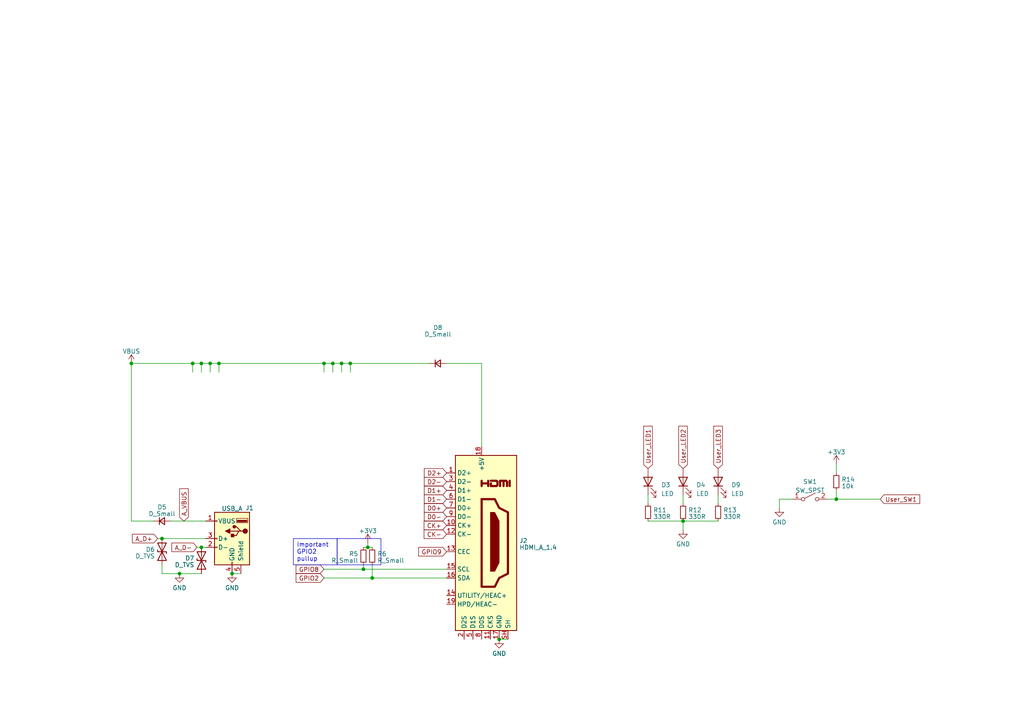
<source format=kicad_sch>
(kicad_sch (version 20230121) (generator eeschema)
  (paper "A4")
  (lib_symbols
    (symbol "2023-11-07_05-46-56:TPS61299"
      (property "Reference" "U" (at 0 8.89 0))
      (symbol "TPS61299_1_1"
        (pin input line (at -7.62 0 0) (length 2.54) (name "VIN") (number "A1"))
        (pin input line (at 8.89 -3.81 180) (length 2.54) (name "GND") (number "A2"))
        (pin input line (at -7.62 3.81 0) (length 2.54) (name "SW") (number "B1"))
        (pin input line (at 8.89 3.81 180) (length 2.54) (name "VOUT") (number "B2"))
        (pin input line (at -7.62 -3.81 0) (length 2.54) (name "EN") (number "C1"))
        (pin input line (at 8.89 0 180) (length 2.54) (name "VSEL") (number "C2"))
      )
    )
    (symbol "Amplifier_Operational:TSV911xxLx" (pin_names (offset 0.127))
      (property "Reference" "U" (at -1.27 6.35 0))
      (property "Value" "TSV911xxLx" (at -1.27 3.81 0))
      (symbol "TSV911xxLx_0_1"
        (pin power_in line (at -2.54 -7.62 90) (length 3.81) (name "V-") (number "2"))
        (pin power_in line (at -2.54 7.62 270) (length 3.81) (name "V+") (number "5"))
      )
      (symbol "TSV911xxLx_1_1"
        (pin output line (at 7.62 0 180) (length 2.54) (name "~") (number "1"))
        (pin input line (at -7.62 2.54 0) (length 2.54) (name "+") (number "3"))
        (pin input line (at -7.62 -2.54 0) (length 2.54) (name "-") (number "4"))
      )
    )
    (symbol "Connector:HDMI_A_1.4"
      (property "Reference" "J" (at -6.35 26.67 0))
      (property "Value" "HDMI_A_1.4" (at 10.16 26.67 0))
      (symbol "HDMI_A_1.4_1_1"
        (pin passive line (at -10.16 20.32 0) (length 2.54) (name "D2+") (number "1"))
        (pin passive line (at -10.16 5.08 0) (length 2.54) (name "CK+") (number "10"))
        (pin power_in line (at 2.54 -27.94 90) (length 2.54) (name "CKS") (number "11"))
        (pin passive line (at -10.16 2.54 0) (length 2.54) (name "CK-") (number "12"))
        (pin bidirectional line (at -10.16 -2.54 0) (length 2.54) (name "CEC") (number "13"))
        (pin passive line (at -10.16 -15.24 0) (length 2.54) (name "UTILITY/HEAC+") (number "14"))
        (pin passive line (at -10.16 -7.62 0) (length 2.54) (name "SCL") (number "15"))
        (pin bidirectional line (at -10.16 -10.16 0) (length 2.54) (name "SDA") (number "16"))
        (pin power_in line (at 5.08 -27.94 90) (length 2.54) (name "GND") (number "17"))
        (pin power_in line (at 0 27.94 270) (length 2.54) (name "+5V") (number "18"))
        (pin passive line (at -10.16 -17.78 0) (length 2.54) (name "HPD/HEAC-") (number "19"))
        (pin power_in line (at -5.08 -27.94 90) (length 2.54) (name "D2S") (number "2"))
        (pin passive line (at -10.16 17.78 0) (length 2.54) (name "D2-") (number "3"))
        (pin passive line (at -10.16 15.24 0) (length 2.54) (name "D1+") (number "4"))
        (pin power_in line (at -2.54 -27.94 90) (length 2.54) (name "D1S") (number "5"))
        (pin passive line (at -10.16 12.7 0) (length 2.54) (name "D1-") (number "6"))
        (pin passive line (at -10.16 10.16 0) (length 2.54) (name "D0+") (number "7"))
        (pin power_in line (at 0 -27.94 90) (length 2.54) (name "D0S") (number "8"))
        (pin passive line (at -10.16 7.62 0) (length 2.54) (name "D0-") (number "9"))
        (pin passive line (at 7.62 -27.94 90) (length 2.54) (name "SH") (number "SH"))
      )
    )
    (symbol "Connector:USB_A" (pin_names (offset 1.016))
      (property "Reference" "J" (at -5.08 11.43 0))
      (property "Value" "USB_A" (at -5.08 8.89 0))
      (symbol "USB_A_1_1"
        (pin power_in line (at 7.62 5.08 180) (length 2.54) (name "VBUS") (number "1"))
        (pin bidirectional line (at 7.62 -2.54 180) (length 2.54) (name "D-") (number "2"))
        (pin bidirectional line (at 7.62 0 180) (length 2.54) (name "D+") (number "3"))
        (pin power_in line (at 0 -10.16 90) (length 2.54) (name "GND") (number "4"))
        (pin passive line (at -2.54 -10.16 90) (length 2.54) (name "Shield") (number "5"))
      )
    )
    (symbol "Connector_Generic_MountingPin:Conn_01x05_MountingPin" (pin_names (offset 1.016) hide)
      (property "Reference" "J" (at 0 7.62 0))
      (property "Value" "Conn_01x05_MountingPin" (at 1.27 -7.62 0))
      (symbol "Conn_01x05_MountingPin_1_1"
        (text "Mounting" (at 0 -6.731 0) (effects (font (size 0.381 0.381))))
        (pin passive line (at -5.08 5.08 0) (length 3.81) (name "Pin_1") (number "1"))
        (pin passive line (at -5.08 2.54 0) (length 3.81) (name "Pin_2") (number "2"))
        (pin passive line (at -5.08 0 0) (length 3.81) (name "Pin_3") (number "3"))
        (pin passive line (at -5.08 -2.54 0) (length 3.81) (name "Pin_4") (number "4"))
        (pin passive line (at -5.08 -5.08 0) (length 3.81) (name "Pin_5") (number "5"))
        (pin passive line (at 0 -10.16 90) (length 3.048) (name "MountPin") (number "MP"))
      )
    )
    (symbol "Device:Antenna_Chip" (pin_numbers hide) (pin_names (offset 1.016) hide)
      (property "Reference" "AE" (at 0 5.08 0))
      (property "Value" "Antenna_Chip" (at 0 3.175 0))
      (symbol "Antenna_Chip_1_1"
        (pin input line (at -2.54 -2.54 90) (length 2.54) (name "FEED") (number "1"))
        (pin passive line (at 2.54 -2.54 90) (length 2.54) (name "PCB_Trace") (number "2"))
      )
    )
    (symbol "Device:C_Polarized" (pin_numbers hide) (pin_names (offset 0.254))
      (property "Reference" "C" (at 0.635 2.54 0))
      (property "Value" "C_Polarized" (at 0.635 -2.54 0))
      (symbol "C_Polarized_1_1"
        (pin passive line (at 0 3.81 270) (length 2.794) (name "~") (number "1"))
        (pin passive line (at 0 -3.81 90) (length 2.794) (name "~") (number "2"))
      )
    )
    (symbol "Device:C_Small" (pin_numbers hide) (pin_names (offset 0.254) hide)
      (property "Reference" "C" (at 0.254 1.778 0))
      (property "Value" "C_Small" (at 0.254 -2.032 0))
      (symbol "C_Small_1_1"
        (pin passive line (at 0 2.54 270) (length 2.032) (name "~") (number "1"))
        (pin passive line (at 0 -2.54 90) (length 2.032) (name "~") (number "2"))
      )
    )
    (symbol "Device:Crystal_GND24" (pin_names (offset 1.016) hide)
      (property "Reference" "Y" (at 3.175 5.08 0))
      (property "Value" "Crystal_GND24" (at 3.175 3.175 0))
      (symbol "Crystal_GND24_1_1"
        (pin passive line (at -3.81 0 0) (length 1.27) (name "1") (number "1"))
        (pin passive line (at 0 5.08 270) (length 1.27) (name "2") (number "2"))
        (pin passive line (at 3.81 0 180) (length 1.27) (name "3") (number "3"))
        (pin passive line (at 0 -5.08 90) (length 1.27) (name "4") (number "4"))
      )
    )
    (symbol "Device:D_Small" (pin_numbers hide) (pin_names (offset 0.254) hide)
      (property "Reference" "D" (at -1.27 2.032 0))
      (property "Value" "D_Small" (at -3.81 -2.032 0))
      (symbol "D_Small_1_1"
        (pin passive line (at -2.54 0 0) (length 1.778) (name "K") (number "1"))
        (pin passive line (at 2.54 0 180) (length 1.778) (name "A") (number "2"))
      )
    )
    (symbol "Device:D_TVS" (pin_numbers hide) (pin_names (offset 1.016) hide)
      (property "Reference" "D" (at 0 2.54 0))
      (property "Value" "D_TVS" (at 0 -2.54 0))
      (symbol "D_TVS_1_1"
        (pin passive line (at -3.81 0 0) (length 2.54) (name "A1") (number "1"))
        (pin passive line (at 3.81 0 180) (length 2.54) (name "A2") (number "2"))
      )
    )
    (symbol "Device:Fuse" (pin_numbers hide) (pin_names (offset 0))
      (property "Reference" "F" (at 2.032 0 90))
      (property "Value" "Fuse" (at -1.905 0 90))
      (symbol "Fuse_1_1"
        (pin passive line (at 0 3.81 270) (length 1.27) (name "~") (number "1"))
        (pin passive line (at 0 -3.81 90) (length 1.27) (name "~") (number "2"))
      )
    )
    (symbol "Device:LED" (pin_numbers hide) (pin_names (offset 1.016) hide)
      (property "Reference" "D" (at 0 2.54 0))
      (property "Value" "LED" (at 0 -2.54 0))
      (symbol "LED_1_1"
        (pin passive line (at -3.81 0 0) (length 2.54) (name "K") (number "1"))
        (pin passive line (at 3.81 0 180) (length 2.54) (name "A") (number "2"))
      )
    )
    (symbol "Device:L_Small" (pin_numbers hide) (pin_names (offset 0.254) hide)
      (property "Reference" "L" (at 0.762 1.016 0))
      (property "Value" "L_Small" (at 0.762 -1.016 0))
      (symbol "L_Small_1_1"
        (pin passive line (at 0 2.54 270) (length 0.508) (name "~") (number "1"))
        (pin passive line (at 0 -2.54 90) (length 0.508) (name "~") (number "2"))
      )
    )
    (symbol "Device:Q_PMOS_GSD" (pin_names (offset 0) hide)
      (property "Reference" "Q" (at 5.08 1.27 0))
      (property "Value" "Q_PMOS_GSD" (at 5.08 -1.27 0))
      (symbol "Q_PMOS_GSD_1_1"
        (pin input line (at -5.08 0 0) (length 2.54) (name "G") (number "1"))
        (pin passive line (at 2.54 -5.08 90) (length 2.54) (name "S") (number "2"))
        (pin passive line (at 2.54 5.08 270) (length 2.54) (name "D") (number "3"))
      )
    )
    (symbol "Device:R_Small" (pin_numbers hide) (pin_names (offset 0.254) hide)
      (property "Reference" "R" (at 0.762 0.508 0))
      (property "Value" "R_Small" (at 0.762 -1.016 0))
      (symbol "R_Small_1_1"
        (pin passive line (at 0 2.54 270) (length 0.762) (name "~") (number "1"))
        (pin passive line (at 0 -2.54 90) (length 0.762) (name "~") (number "2"))
      )
    )
    (symbol "ESP32-C3FH4:ESP32-C3FH4" (pin_names (offset 1.016))
      (property "Reference" "U" (at -17.78 33.782 0))
      (property "Value" "ESP32-C3FH4" (at -17.78 -38.862 0))
      (symbol "ESP32-C3FH4_0_0"
        (pin bidirectional line (at 22.86 -10.16 180) (length 5.08) (name "LNA_IN") (number "1"))
        (pin bidirectional line (at 22.86 7.62 180) (length 5.08) (name "MTDI") (number "10"))
        (pin power_in line (at 22.86 25.4 180) (length 5.08) (name "VDD3P3_RTC") (number "11"))
        (pin bidirectional line (at 22.86 5.08 180) (length 5.08) (name "MTCK") (number "12"))
        (pin bidirectional line (at 22.86 2.54 180) (length 5.08) (name "MTDO") (number "13"))
        (pin bidirectional line (at 22.86 -20.32 180) (length 5.08) (name "GPIO8") (number "14"))
        (pin bidirectional line (at 22.86 -22.86 180) (length 5.08) (name "GPIO9") (number "15"))
        (pin bidirectional line (at 22.86 -25.4 180) (length 5.08) (name "GPIO10") (number "16"))
        (pin power_in line (at 22.86 22.86 180) (length 5.08) (name "VDD3P3_CPU") (number "17"))
        (pin power_in line (at 22.86 20.32 180) (length 5.08) (name "VDD_SPI") (number "18"))
        (pin bidirectional line (at -22.86 -5.08 0) (length 5.08) (name "SPIHD") (number "19"))
        (pin power_in line (at 22.86 30.48 180) (length 5.08) (name "VDD3P3") (number "2"))
        (pin bidirectional line (at -22.86 -7.62 0) (length 5.08) (name "SPIWP") (number "20"))
        (pin bidirectional line (at -22.86 -10.16 0) (length 5.08) (name "SPICS0") (number "21"))
        (pin bidirectional line (at -22.86 -12.7 0) (length 5.08) (name "SPICLK") (number "22"))
        (pin bidirectional line (at -22.86 -15.24 0) (length 5.08) (name "SPID") (number "23"))
        (pin bidirectional line (at -22.86 -17.78 0) (length 5.08) (name "SPIQ") (number "24"))
        (pin bidirectional line (at 22.86 -27.94 180) (length 5.08) (name "GPIO18") (number "25"))
        (pin bidirectional line (at 22.86 -30.48 180) (length 5.08) (name "GPIO19") (number "26"))
        (pin bidirectional line (at 22.86 -2.54 180) (length 5.08) (name "U0RXD") (number "27"))
        (pin bidirectional line (at 22.86 -5.08 180) (length 5.08) (name "U0TXD") (number "28"))
        (pin output line (at -22.86 7.62 0) (length 5.08) (name "XTAL_N") (number "29"))
        (pin power_in line (at 22.86 27.94 180) (length 5.08) (name "VDD3P3__1") (number "3"))
        (pin input clock (at -22.86 10.16 0) (length 5.08) (name "XTAL_P") (number "30"))
        (pin power_in line (at 22.86 17.78 180) (length 5.08) (name "VDDA") (number "31"))
        (pin power_in line (at 22.86 15.24 180) (length 5.08) (name "VDDA__1") (number "32"))
        (pin power_in line (at 22.86 -35.56 180) (length 5.08) (name "GND") (number "33"))
        (pin bidirectional line (at -22.86 2.54 0) (length 5.08) (name "XTAL_32K_P") (number "4"))
        (pin bidirectional line (at -22.86 0 0) (length 5.08) (name "XTAL_32K_N") (number "5"))
        (pin bidirectional line (at 22.86 -15.24 180) (length 5.08) (name "GPIO2") (number "6"))
        (pin input line (at -22.86 15.24 0) (length 5.08) (name "CHIP_EN") (number "7"))
        (pin bidirectional line (at 22.86 -17.78 180) (length 5.08) (name "GPIO3") (number "8"))
        (pin bidirectional line (at 22.86 10.16 180) (length 5.08) (name "MTMS") (number "9"))
      )
    )
    (symbol "Regulator_Linear:TLV75801PDRV"
      (property "Reference" "U" (at -3.81 6.35 0))
      (property "Value" "TLV75801PDRV" (at 0 6.35 0))
      (symbol "TLV75801PDRV_1_1"
        (pin power_out line (at 7.62 2.54 180) (length 2.54) (name "OUT") (number "1"))
        (pin input line (at 7.62 -2.54 180) (length 2.54) (name "FB") (number "2"))
        (pin power_in line (at 0 -7.62 90) (length 2.54) (name "GND") (number "3"))
        (pin input line (at -7.62 0 0) (length 2.54) (name "EN") (number "4"))
        (pin no_connect line (at 5.08 0 180) (length 2.54) hide (name "DNC") (number "5"))
        (pin power_in line (at -7.62 2.54 0) (length 2.54) (name "IN") (number "6"))
        (pin passive line (at 0 -7.62 90) (length 2.54) hide (name "GND") (number "7"))
      )
    )
    (symbol "Sensor_Motion:LIS2DE12"
      (property "Reference" "U" (at -5.08 11.43 0))
      (property "Value" "LIS2DE12" (at 3.81 11.43 0))
      (symbol "LIS2DE12_1_1"
        (pin input line (at -10.16 -2.54 0) (length 2.54) (name "SCL/SPC") (number "1"))
        (pin power_in line (at 2.54 12.7 270) (length 2.54) (name "Vdd_IO") (number "10"))
        (pin output line (at 12.7 0 180) (length 2.54) (name "INT2") (number "11"))
        (pin output line (at 12.7 2.54 180) (length 2.54) (name "INT1") (number "12"))
        (pin input line (at -10.16 5.08 0) (length 2.54) (name "~{CS}") (number "2"))
        (pin bidirectional line (at -10.16 0 0) (length 2.54) (name "SA0/SDO") (number "3"))
        (pin bidirectional line (at -10.16 2.54 0) (length 2.54) (name "SDA/SDI") (number "4"))
        (pin passive line (at 12.7 -7.62 180) (length 2.54) (name "RES") (number "5"))
        (pin power_in line (at 0 -12.7 90) (length 2.54) (name "GND") (number "6"))
        (pin passive line (at 0 -12.7 90) (length 2.54) hide (name "GND") (number "7"))
        (pin passive line (at 0 -12.7 90) (length 2.54) hide (name "GND") (number "8"))
        (pin power_in line (at 0 12.7 270) (length 2.54) (name "Vdd") (number "9"))
      )
    )
    (symbol "Switch:SW_SPST" (pin_names (offset 0) hide)
      (property "Reference" "SW" (at 0 3.175 0))
      (property "Value" "SW_SPST" (at 0 -2.54 0))
      (symbol "SW_SPST_1_1"
        (pin passive line (at -5.08 0 0) (length 2.54) (name "A") (number "1"))
        (pin passive line (at 5.08 0 180) (length 2.54) (name "B") (number "2"))
      )
    )
    (symbol "Transistor_BJT:PMBT3906YS" (pin_names (offset 0) hide)
      (property "Reference" "Q" (at 5.08 1.27 0))
      (property "Value" "PMBT3906YS" (at 5.08 -1.27 0))
      (symbol "PMBT3906YS_1_1"
        (pin passive line (at 2.54 -5.08 90) (length 2.54) (name "E1") (number "1"))
        (pin input line (at -5.08 0 0) (length 2.54) (name "B1") (number "2"))
        (pin passive line (at 2.54 5.08 270) (length 2.54) (name "C1") (number "6"))
      )
      (symbol "PMBT3906YS_2_1"
        (pin passive line (at 2.54 5.08 270) (length 2.54) (name "C2") (number "3"))
        (pin passive line (at 2.54 -5.08 90) (length 2.54) (name "E2") (number "4"))
        (pin input line (at -5.08 0 0) (length 2.54) (name "B2") (number "5"))
      )
    )
    (symbol "power:+3V3" (power) (pin_names (offset 0))
      (property "Value" "+3V3" (at 0 3.556 0))
      (symbol "+3V3_1_1"
        (pin power_in line (at 0 0 90) (length 0) hide (name "+3V3") (number "1"))
      )
    )
    (symbol "power:GND" (power) (pin_names (offset 0))
      (property "Value" "GND" (at 0 -3.81 0))
      (symbol "GND_1_1"
        (pin power_in line (at 0 0 270) (length 0) hide (name "GND") (number "1"))
      )
    )
    (symbol "power:VBUS" (power) (pin_names (offset 0))
      (property "Value" "VBUS" (at 0 3.81 0))
      (symbol "VBUS_1_1"
        (pin power_in line (at 0 0 90) (length 0) hide (name "VBUS") (number "1"))
      )
    )
  )
  (junction (at 161.29 259.08))
  (junction (at 158.75 -57.15))
  (junction (at 405.13 97.79))
  (junction (at 415.29 184.15))
  (junction (at 101.6 105.41))
  (junction (at 21.59 -67.31))
  (junction (at 54.61 -69.85))
  (junction (at 93.98 105.41))
  (junction (at 323.85 105.41))
  (junction (at 21.59 -69.85))
  (junction (at 405.13 184.15))
  (junction (at 405.13 96.52))
  (junction (at 58.42 105.41))
  (junction (at 370.84 243.84))
  (junction (at 144.78 185.42))
  (junction (at 64.77 -35.56))
  (junction (at 96.52 -69.85))
  (junction (at 77.47 -69.85))
  (junction (at 46.99 156.21))
  (junction (at 405.13 87.63))
  (junction (at 52.07 166.37))
  (junction (at 86.36 -31.75))
  (junction (at 165.1 -69.85))
  (junction (at 344.17 243.84))
  (junction (at 58.42 158.75))
  (junction (at 180.34 231.14))
  (junction (at 438.15 184.15))
  (junction (at 429.26 133.35))
  (junction (at 123.19 259.08))
  (junction (at 473.71 151.13))
  (junction (at 463.55 158.75))
  (junction (at 130.81 -66.04))
  (junction (at 426.72 184.15))
  (junction (at 125.73 231.14))
  (junction (at 198.12 151.13))
  (junction (at 370.84 208.28))
  (junction (at 179.07 -69.85))
  (junction (at 339.09 105.41))
  (junction (at 344.17 208.28))
  (junction (at 107.95 167.64))
  (junction (at 105.41 165.1))
  (junction (at 344.17 212.09))
  (junction (at 30.48 -59.69))
  (junction (at 422.91 128.27))
  (junction (at 158.75 231.14))
  (junction (at 180.34 251.46))
  (junction (at 41.91 -69.85))
  (junction (at 421.64 92.71))
  (junction (at 165.1 -57.15))
  (junction (at 331.47 110.49))
  (junction (at 67.31 166.37))
  (junction (at 435.61 128.27))
  (junction (at 203.2 231.14))
  (junction (at 130.81 -69.85))
  (junction (at 54.61 -54.61))
  (junction (at 427.99 87.63))
  (junction (at 156.21 231.14))
  (junction (at 405.13 100.33))
  (junction (at 142.24 -66.04))
  (junction (at 123.19 231.14))
  (junction (at 415.29 87.63))
  (junction (at 120.65 231.14))
  (junction (at 165.1 -64.77))
  (junction (at 161.29 231.14))
  (junction (at 415.29 179.07))
  (junction (at 242.57 144.78))
  (junction (at 187.96 246.38))
  (junction (at 99.06 105.41))
  (junction (at 106.68 158.75))
  (junction (at 405.13 95.25))
  (junction (at 426.72 179.07))
  (junction (at 160.02 259.08))
  (junction (at 405.13 179.07))
  (junction (at 96.52 105.41))
  (junction (at 203.2 251.46))
  (junction (at 356.87 243.84))
  (junction (at 339.09 100.33))
  (junction (at 149.86 -57.15))
  (junction (at 60.96 105.41))
  (junction (at 38.1 105.41))
  (junction (at 63.5 105.41))
  (junction (at 64.77 -49.53))
  (junction (at 163.83 231.14))
  (junction (at 86.36 -35.56))
  (junction (at 55.88 105.41))
  (junction (at 121.92 259.08))
  (junction (at 438.15 179.07))
  (junction (at 64.77 -69.85))
  (wire (pts (xy 93.98 165.1) (xy 105.41 165.1)))
  (wire (pts (xy 158.75 -66.04) (xy 161.29 -66.04)))
  (wire (pts (xy 120.65 231.14) (xy 123.19 231.14)))
  (wire (pts (xy 198.12 146.05) (xy 198.12 143.51)))
  (wire (pts (xy 21.59 -69.85) (xy 22.86 -69.85)))
  (wire (pts (xy 46.99 166.37) (xy 46.99 163.83)))
  (wire (pts (xy 242.57 144.78) (xy 240.03 144.78)))
  (wire (pts (xy 179.07 -64.77) (xy 179.07 -57.15)))
  (wire (pts (xy 105.41 158.75) (xy 106.68 158.75)))
  (wire (pts (xy 331.47 100.33) (xy 339.09 100.33)))
  (wire (pts (xy 118.11 259.08) (xy 121.92 259.08)))
  (wire (pts (xy 429.26 133.35) (xy 435.61 133.35)))
  (wire (pts (xy 55.88 105.41) (xy 55.88 107.95)))
  (wire (pts (xy 38.1 151.13) (xy 44.45 151.13)))
  (wire (pts (xy 147.32 251.46) (xy 158.75 251.46)))
  (wire (pts (xy 405.13 87.63) (xy 405.13 90.17)))
  (wire (pts (xy 107.95 163.83) (xy 107.95 167.64)))
  (wire (pts (xy 77.47 -69.85) (xy 96.52 -69.85)))
  (wire (pts (xy 38.1 -69.85) (xy 41.91 -69.85)))
  (wire (pts (xy 187.96 246.38) (xy 195.58 246.38)))
  (wire (pts (xy 64.77 -35.56) (xy 69.85 -35.56)))
  (wire (pts (xy 147.32 246.38) (xy 147.32 251.46)))
  (wire (pts (xy 21.59 -69.85) (xy 21.59 -67.31)))
  (wire (pts (xy 64.77 -62.23) (xy 64.77 -49.53)))
  (wire (pts (xy 316.23 228.6) (xy 316.23 243.84)))
  (wire (pts (xy 316.23 243.84) (xy 344.17 243.84)))
  (wire (pts (xy 54.61 -54.61) (xy 54.61 -62.23)))
  (wire (pts (xy 69.85 -31.75) (xy 64.77 -31.75)))
  (wire (pts (xy 158.75 236.22) (xy 158.75 251.46)))
  (wire (pts (xy 64.77 -69.85) (xy 62.23 -69.85)))
  (wire (pts (xy 463.55 151.13) (xy 473.71 151.13)))
  (wire (pts (xy 156.21 236.22) (xy 156.21 241.3)))
  (wire (pts (xy 93.98 105.41) (xy 96.52 105.41)))
  (wire (pts (xy 158.75 -57.15) (xy 158.75 -62.23)))
  (wire (pts (xy 198.12 151.13) (xy 208.28 151.13)))
  (wire (pts (xy 130.81 -69.85) (xy 130.81 -66.04)))
  (wire (pts (xy 130.81 -66.04) (xy 142.24 -66.04)))
  (wire (pts (xy 41.91 -69.85) (xy 54.61 -69.85)))
  (wire (pts (xy 226.06 144.78) (xy 226.06 147.32)))
  (wire (pts (xy 435.61 128.27) (xy 448.31 128.27)))
  (wire (pts (xy 13.97 -85.09) (xy 72.39 -85.09)))
  (wire (pts (xy 242.57 144.78) (xy 255.27 144.78)))
  (wire (pts (xy 161.29 -66.04) (xy 161.29 -64.77)))
  (wire (pts (xy 156.21 248.92) (xy 156.21 259.08)))
  (wire (pts (xy 161.29 248.92) (xy 161.29 259.08)))
  (wire (pts (xy 123.19 236.22) (xy 123.19 241.3)))
  (wire (pts (xy 55.88 105.41) (xy 58.42 105.41)))
  (wire (pts (xy 344.17 212.09) (xy 346.71 212.09)))
  (wire (pts (xy 38.1 -21.59) (xy 38.1 -64.77)))
  (wire (pts (xy 57.15 158.75) (xy 58.42 158.75)))
  (wire (pts (xy 120.65 236.22) (xy 120.65 251.46)))
  (wire (pts (xy 331.47 110.49) (xy 331.47 109.22)))
  (wire (pts (xy 323.85 105.41) (xy 326.39 105.41)))
  (wire (pts (xy 38.1 105.41) (xy 38.1 151.13)))
  (wire (pts (xy 63.5 105.41) (xy 93.98 105.41)))
  (wire (pts (xy 359.41 106.68) (xy 359.41 107.95)))
  (wire (pts (xy 60.96 105.41) (xy 60.96 107.95)))
  (wire (pts (xy 158.75 231.14) (xy 161.29 231.14)))
  (wire (pts (xy 13.97 -69.85) (xy 13.97 -85.09)))
  (wire (pts (xy 99.06 105.41) (xy 101.6 105.41)))
  (wire (pts (xy 405.13 92.71) (xy 405.13 95.25)))
  (wire (pts (xy 229.87 144.78) (xy 226.06 144.78)))
  (wire (pts (xy 21.59 -69.85) (xy 13.97 -69.85)))
  (wire (pts (xy 170.18 251.46) (xy 163.83 251.46)))
  (wire (pts (xy 138.43 -69.85) (xy 142.24 -69.85)))
  (wire (pts (xy 356.87 243.84) (xy 370.84 243.84)))
  (wire (pts (xy 203.2 251.46) (xy 191.77 251.46)))
  (wire (pts (xy 86.36 -52.07) (xy 86.36 -35.56)))
  (wire (pts (xy 347.98 106.68) (xy 359.41 106.68)))
  (wire (pts (xy 196.85 231.14) (xy 203.2 231.14)))
  (wire (pts (xy 45.72 156.21) (xy 46.99 156.21)))
  (wire (pts (xy 170.18 243.84) (xy 170.18 241.3)))
  (wire (pts (xy 21.59 -60.96) (xy 21.59 -59.69)))
  (wire (pts (xy 187.96 151.13) (xy 198.12 151.13)))
  (wire (pts (xy 165.1 -69.85) (xy 179.07 -69.85)))
  (wire (pts (xy 158.75 -69.85) (xy 165.1 -69.85)))
  (wire (pts (xy 86.36 -21.59) (xy 38.1 -21.59)))
  (wire (pts (xy 21.59 -67.31) (xy 22.86 -67.31)))
  (wire (pts (xy 405.13 97.79) (xy 405.13 100.33)))
  (wire (pts (xy 21.59 -59.69) (xy 30.48 -59.69)))
  (wire (pts (xy 463.55 158.75) (xy 462.28 158.75)))
  (wire (pts (xy 161.29 259.08) (xy 163.83 259.08)))
  (wire (pts (xy 180.34 231.14) (xy 186.69 231.14)))
  (wire (pts (xy 118.11 231.14) (xy 120.65 231.14)))
  (wire (pts (xy 106.68 158.75) (xy 107.95 158.75)))
  (wire (pts (xy 334.01 219.71) (xy 316.23 219.71)))
  (wire (pts (xy 370.84 226.06) (xy 370.84 243.84)))
  (wire (pts (xy 426.72 179.07) (xy 438.15 179.07)))
  (wire (pts (xy 96.52 -62.23) (xy 96.52 -54.61)))
  (wire (pts (xy 64.77 -49.53) (xy 67.31 -49.53)))
  (wire (pts (xy 101.6 105.41) (xy 124.46 105.41)))
  (wire (pts (xy 179.07 -57.15) (xy 165.1 -57.15)))
  (wire (pts (xy 123.19 248.92) (xy 123.19 259.08)))
  (wire (pts (xy 421.64 92.71) (xy 427.99 92.71)))
  (wire (pts (xy 54.61 -69.85) (xy 54.61 -67.31)))
  (wire (pts (xy 438.15 184.15) (xy 449.58 184.15)))
  (wire (pts (xy 405.13 128.27) (xy 422.91 128.27)))
  (wire (pts (xy 96.52 105.41) (xy 99.06 105.41)))
  (wire (pts (xy 64.77 -49.53) (xy 64.77 -35.56)))
  (wire (pts (xy 132.08 241.3) (xy 123.19 241.3)))
  (wire (pts (xy 123.19 259.08) (xy 125.73 259.08)))
  (wire (pts (xy 60.96 105.41) (xy 63.5 105.41)))
  (wire (pts (xy 382.27 243.84) (xy 382.27 226.06)))
  (wire (pts (xy 165.1 -57.15) (xy 165.1 -59.69)))
  (wire (pts (xy 429.26 133.35) (xy 429.26 134.62)))
  (wire (pts (xy 415.29 179.07) (xy 426.72 179.07)))
  (wire (pts (xy 96.52 -69.85) (xy 130.81 -69.85)))
  (wire (pts (xy 160.02 259.08) (xy 161.29 259.08)))
  (wire (pts (xy 129.54 105.41) (xy 139.7 105.41)))
  (wire (pts (xy 382.27 208.28) (xy 382.27 220.98)))
  (wire (pts (xy 405.13 184.15) (xy 415.29 184.15)))
  (wire (pts (xy 38.1 105.41) (xy 55.88 105.41)))
  (wire (pts (xy 170.18 241.3) (xy 161.29 241.3)))
  (wire (pts (xy 133.35 -69.85) (xy 130.81 -69.85)))
  (wire (pts (xy 424.18 87.63) (xy 427.99 87.63)))
  (wire (pts (xy 109.22 243.84) (xy 109.22 241.3)))
  (wire (pts (xy 86.36 -31.75) (xy 86.36 -35.56)))
  (wire (pts (xy 46.99 156.21) (xy 59.69 156.21)))
  (wire (pts (xy 463.55 158.75) (xy 473.71 158.75)))
  (wire (pts (xy 170.18 246.38) (xy 170.18 251.46)))
  (wire (pts (xy 49.53 151.13) (xy 59.69 151.13)))
  (wire (pts (xy 405.13 95.25) (xy 405.13 96.52)))
  (wire (pts (xy 415.29 184.15) (xy 426.72 184.15)))
  (wire (pts (xy 123.19 231.14) (xy 125.73 231.14)))
  (wire (pts (xy 52.07 166.37) (xy 46.99 166.37)))
  (wire (pts (xy 347.98 100.33) (xy 347.98 106.68)))
  (wire (pts (xy 191.77 238.76) (xy 191.77 251.46)))
  (wire (pts (xy 180.34 251.46) (xy 187.96 251.46)))
  (wire (pts (xy 149.86 -57.15) (xy 158.75 -57.15)))
  (wire (pts (xy 142.24 -66.04) (xy 142.24 -62.23)))
  (wire (pts (xy 130.81 -60.96) (xy 130.81 -57.15)))
  (wire (pts (xy 405.13 179.07) (xy 415.29 179.07)))
  (wire (pts (xy 187.96 146.05) (xy 187.96 143.51)))
  (wire (pts (xy 144.78 185.42) (xy 147.32 185.42)))
  (wire (pts (xy 58.42 158.75) (xy 59.69 158.75)))
  (wire (pts (xy 105.41 163.83) (xy 105.41 165.1)))
  (wire (pts (xy 96.52 105.41) (xy 96.52 107.95)))
  (wire (pts (xy 64.77 -67.31) (xy 64.77 -69.85)))
  (wire (pts (xy 331.47 110.49) (xy 359.41 110.49)))
  (wire (pts (xy 109.22 241.3) (xy 118.11 241.3)))
  (wire (pts (xy 344.17 208.28) (xy 370.84 208.28)))
  (wire (pts (xy 58.42 105.41) (xy 60.96 105.41)))
  (wire (pts (xy 438.15 179.07) (xy 449.58 179.07)))
  (wire (pts (xy 405.13 96.52) (xy 408.94 96.52)))
  (wire (pts (xy 125.73 231.14) (xy 156.21 231.14)))
  (wire (pts (xy 72.39 -85.09) (xy 72.39 -59.69)))
  (wire (pts (xy 106.68 157.48) (xy 106.68 158.75)))
  (wire (pts (xy 64.77 -69.85) (xy 77.47 -69.85)))
  (wire (pts (xy 344.17 208.28) (xy 344.17 212.09)))
  (wire (pts (xy 118.11 248.92) (xy 118.11 259.08)))
  (wire (pts (xy 74.93 -35.56) (xy 86.36 -35.56)))
  (wire (pts (xy 109.22 246.38) (xy 109.22 251.46)))
  (wire (pts (xy 316.23 219.71) (xy 316.23 223.52)))
  (wire (pts (xy 54.61 -54.61) (xy 54.61 -49.53)))
  (wire (pts (xy 107.95 167.64) (xy 93.98 167.64)))
  (wire (pts (xy 331.47 100.33) (xy 331.47 101.6)))
  (wire (pts (xy 405.13 87.63) (xy 415.29 87.63)))
  (wire (pts (xy 415.29 92.71) (xy 421.64 92.71)))
  (wire (pts (xy 198.12 153.67) (xy 198.12 151.13)))
  (wire (pts (xy 139.7 105.41) (xy 139.7 129.54)))
  (wire (pts (xy 58.42 166.37) (xy 52.07 166.37)))
  (wire (pts (xy 242.57 134.62) (xy 242.57 137.16)))
  (wire (pts (xy 86.36 -31.75) (xy 86.36 -21.59)))
  (wire (pts (xy 99.06 105.41) (xy 99.06 107.95)))
  (wire (pts (xy 63.5 105.41) (xy 63.5 107.95)))
  (wire (pts (xy 405.13 100.33) (xy 405.13 102.87)))
  (wire (pts (xy 356.87 243.84) (xy 356.87 232.41)))
  (wire (pts (xy 21.59 -67.31) (xy 21.59 -66.04)))
  (wire (pts (xy 105.41 165.1) (xy 129.54 165.1)))
  (wire (pts (xy 132.08 246.38) (xy 132.08 251.46)))
  (wire (pts (xy 132.08 243.84) (xy 132.08 241.3)))
  (wire (pts (xy 58.42 105.41) (xy 58.42 107.95)))
  (wire (pts (xy 101.6 105.41) (xy 101.6 107.95)))
  (wire (pts (xy 187.96 251.46) (xy 187.96 246.38)))
  (wire (pts (xy 132.08 251.46) (xy 125.73 251.46)))
  (wire (pts (xy 74.93 -31.75) (xy 86.36 -31.75)))
  (wire (pts (xy 431.8 128.27) (xy 435.61 128.27)))
  (wire (pts (xy 156.21 259.08) (xy 160.02 259.08)))
  (wire (pts (xy 415.29 87.63) (xy 419.1 87.63)))
  (wire (pts (xy 107.95 167.64) (xy 129.54 167.64)))
  (wire (pts (xy 147.32 243.84) (xy 147.32 241.3)))
  (wire (pts (xy 405.13 96.52) (xy 405.13 97.79)))
  (wire (pts (xy 163.83 231.14) (xy 180.34 231.14)))
  (wire (pts (xy 242.57 142.24) (xy 242.57 144.78)))
  (wire (pts (xy 125.73 236.22) (xy 125.73 251.46)))
  (wire (pts (xy 323.85 110.49) (xy 331.47 110.49)))
  (wire (pts (xy 109.22 251.46) (xy 120.65 251.46)))
  (wire (pts (xy 156.21 231.14) (xy 158.75 231.14)))
  (wire (pts (xy 161.29 236.22) (xy 161.29 241.3)))
  (wire (pts (xy 344.17 243.84) (xy 356.87 243.84)))
  (wire (pts (xy 426.72 184.15) (xy 438.15 184.15)))
  (wire (pts (xy 336.55 105.41) (xy 339.09 105.41)))
  (wire (pts (xy 147.32 241.3) (xy 156.21 241.3)))
  (wire (pts (xy 165.1 -57.15) (xy 158.75 -57.15)))
  (wire (pts (xy 180.34 231.14) (xy 180.34 241.3)))
  (wire (pts (xy 313.69 105.41) (xy 323.85 105.41)))
  (wire (pts (xy 422.91 128.27) (xy 426.72 128.27)))
  (wire (pts (xy 130.81 -57.15) (xy 149.86 -57.15)))
  (wire (pts (xy 344.17 243.84) (xy 344.17 237.49)))
  (wire (pts (xy 118.11 236.22) (xy 118.11 241.3)))
  (wire (pts (xy 161.29 -64.77) (xy 165.1 -64.77)))
  (wire (pts (xy 163.83 236.22) (xy 163.83 251.46)))
  (wire (pts (xy 422.91 133.35) (xy 429.26 133.35)))
  (wire (pts (xy 339.09 100.33) (xy 347.98 100.33)))
  (wire (pts (xy 161.29 231.14) (xy 163.83 231.14)))
  (wire (pts (xy 370.84 208.28) (xy 382.27 208.28)))
  (wire (pts (xy 67.31 -54.61) (xy 54.61 -54.61)))
  (wire (pts (xy 463.55 156.21) (xy 463.55 158.75)))
  (wire (pts (xy 57.15 -69.85) (xy 54.61 -69.85)))
  (wire (pts (xy 64.77 -31.75) (xy 64.77 -35.56)))
  (wire (pts (xy 208.28 146.05) (xy 208.28 143.51)))
  (wire (pts (xy 370.84 208.28) (xy 370.84 220.98)))
  (wire (pts (xy 67.31 166.37) (xy 69.85 166.37)))
  (wire (pts (xy 203.2 231.14) (xy 203.2 241.3)))
  (wire (pts (xy 370.84 243.84) (xy 382.27 243.84)))
  (wire (pts (xy 86.36 -52.07) (xy 82.55 -52.07)))
  (wire (pts (xy 93.98 105.41) (xy 93.98 107.95)))
  (wire (pts (xy 121.92 259.08) (xy 123.19 259.08)))
  (rectangle (start 97.79 156.21) (end 110.49 163.83))
  (text_box "Important GPIO2 pullup" (at 85.09 156.21 0) (size 12.7 7.62) (effects (font (size 1.27 1.27)) (justify left top)))
  (global_label "User_LED3" (shape input) (at 405.13 135.89 0) (property "Intersheetrefs" "${INTERSHEET_REFS}" (effects hide)))
  (global_label "User_LED1" (shape input) (at 320.04 130.81 180) (property "Intersheetrefs" "${INTERSHEET_REFS}" (effects hide)))
  (global_label "D0-" (shape input) (at 129.54 149.86 180) (property "Intersheetrefs" "${INTERSHEET_REFS}" (effects hide)))
  (global_label "RXD" (shape input) (at 320.04 130.81 0) (property "Intersheetrefs" "${INTERSHEET_REFS}" (effects hide)))
  (global_label "ACC_MISO" (shape input) (at 334.01 224.79 180) (property "Intersheetrefs" "${INTERSHEET_REFS}" (effects hide)))
  (global_label "A_VBUS" (shape input) (at 53.34 151.13 90) (property "Intersheetrefs" "${INTERSHEET_REFS}" (effects hide)))
  (global_label "GPIO2" (shape input) (at 405.13 133.35 0) (property "Intersheetrefs" "${INTERSHEET_REFS}" (effects hide)))
  (global_label "User_SW1" (shape input) (at 359.41 118.11 180) (property "Intersheetrefs" "${INTERSHEET_REFS}" (effects hide)))
  (global_label "CK+" (shape input) (at 170.18 246.38 0) (property "Intersheetrefs" "${INTERSHEET_REFS}" (effects hide)))
  (global_label "A_D+" (shape input) (at 45.72 156.21 180) (property "Intersheetrefs" "${INTERSHEET_REFS}" (effects hide)))
  (global_label "D1+" (shape input) (at 147.32 243.84 180) (property "Intersheetrefs" "${INTERSHEET_REFS}" (effects hide)))
  (global_label "ACC_INT2" (shape input) (at 405.13 107.95 0) (property "Intersheetrefs" "${INTERSHEET_REFS}" (effects hide)))
  (global_label "ACC_INT1" (shape input) (at 356.87 222.25 0) (property "Intersheetrefs" "${INTERSHEET_REFS}" (effects hide)))
  (global_label "Cap_V+" (shape input) (at 96.52 -69.85 90) (property "Intersheetrefs" "${INTERSHEET_REFS}" (effects hide)))
  (global_label "D1-" (shape input) (at 147.32 246.38 180) (property "Intersheetrefs" "${INTERSHEET_REFS}" (effects hide)))
  (global_label "User_LED1" (shape input) (at 187.96 135.89 90) (property "Intersheetrefs" "${INTERSHEET_REFS}" (effects hide)))
  (global_label "GPIO8" (shape input) (at 93.98 165.1 180) (property "Intersheetrefs" "${INTERSHEET_REFS}" (effects hide)))
  (global_label "GPIO8" (shape input) (at 405.13 138.43 0) (property "Intersheetrefs" "${INTERSHEET_REFS}" (effects hide)))
  (global_label "D2+" (shape input) (at 129.54 137.16 180) (property "Intersheetrefs" "${INTERSHEET_REFS}" (effects hide)))
  (global_label "D2+" (shape input) (at 109.22 243.84 180) (property "Intersheetrefs" "${INTERSHEET_REFS}" (effects hide)))
  (global_label "D1+" (shape input) (at 129.54 142.24 180) (property "Intersheetrefs" "${INTERSHEET_REFS}" (effects hide)))
  (global_label "CK-" (shape input) (at 129.54 154.94 180) (property "Intersheetrefs" "${INTERSHEET_REFS}" (effects hide)))
  (global_label "CK+" (shape input) (at 129.54 152.4 180) (property "Intersheetrefs" "${INTERSHEET_REFS}" (effects hide)))
  (global_label "D2-" (shape input) (at 109.22 246.38 180) (property "Intersheetrefs" "${INTERSHEET_REFS}" (effects hide)))
  (global_label "GPIO2" (shape input) (at 93.98 167.64 180) (property "Intersheetrefs" "${INTERSHEET_REFS}" (effects hide)))
  (global_label "ACC_INT1" (shape input) (at 405.13 110.49 0) (property "Intersheetrefs" "${INTERSHEET_REFS}" (effects hide)))
  (global_label "D1-" (shape input) (at 129.54 144.78 180) (property "Intersheetrefs" "${INTERSHEET_REFS}" (effects hide)))
  (global_label "A_D+" (shape input) (at 405.13 148.59 0) (property "Intersheetrefs" "${INTERSHEET_REFS}" (effects hide)))
  (global_label "D0+" (shape input) (at 129.54 147.32 180) (property "Intersheetrefs" "${INTERSHEET_REFS}" (effects hide)))
  (global_label "TXD" (shape input) (at 320.04 133.35 0) (property "Intersheetrefs" "${INTERSHEET_REFS}" (effects hide)))
  (global_label "ACC_SCK" (shape input) (at 405.13 113.03 0) (property "Intersheetrefs" "${INTERSHEET_REFS}" (effects hide)))
  (global_label "D0+" (shape input) (at 132.08 246.38 0) (property "Intersheetrefs" "${INTERSHEET_REFS}" (effects hide)))
  (global_label "CK-" (shape input) (at 170.18 243.84 0) (property "Intersheetrefs" "${INTERSHEET_REFS}" (effects hide)))
  (global_label "ACC_MISO" (shape input) (at 405.13 115.57 0) (property "Intersheetrefs" "${INTERSHEET_REFS}" (effects hide)))
  (global_label "GPIO9" (shape input) (at 462.28 158.75 180) (property "Intersheetrefs" "${INTERSHEET_REFS}" (effects hide)))
  (global_label "TXD" (shape input) (at 473.71 153.67 180) (property "Intersheetrefs" "${INTERSHEET_REFS}" (effects hide)))
  (global_label "GPIO9" (shape input) (at 129.54 160.02 180) (property "Intersheetrefs" "${INTERSHEET_REFS}" (effects hide)))
  (global_label "A_D-" (shape input) (at 57.15 158.75 180) (property "Intersheetrefs" "${INTERSHEET_REFS}" (effects hide)))
  (global_label "RXD" (shape input) (at 473.71 156.21 180) (property "Intersheetrefs" "${INTERSHEET_REFS}" (effects hide)))
  (global_label "D0-" (shape input) (at 132.08 243.84 0) (property "Intersheetrefs" "${INTERSHEET_REFS}" (effects hide)))
  (global_label "A_D-" (shape input) (at 405.13 146.05 0) (property "Intersheetrefs" "${INTERSHEET_REFS}" (effects hide)))
  (global_label "RXD" (shape input) (at 405.13 120.65 0) (property "Intersheetrefs" "${INTERSHEET_REFS}" (effects hide)))
  (global_label "ACC_MOSI" (shape input) (at 334.01 222.25 180) (property "Intersheetrefs" "${INTERSHEET_REFS}" (effects hide)))
  (global_label "User_LED3" (shape input) (at 208.28 135.89 90) (property "Intersheetrefs" "${INTERSHEET_REFS}" (effects hide)))
  (global_label "D2-" (shape input) (at 129.54 139.7 180) (property "Intersheetrefs" "${INTERSHEET_REFS}" (effects hide)))
  (global_label "TXD" (shape input) (at 405.13 123.19 0) (property "Intersheetrefs" "${INTERSHEET_REFS}" (effects hide)))
  (global_label "ACC_SCK" (shape input) (at 334.01 227.33 180) (property "Intersheetrefs" "${INTERSHEET_REFS}" (effects hide)))
  (global_label "User_SW1" (shape input) (at 255.27 144.78 0) (property "Intersheetrefs" "${INTERSHEET_REFS}" (effects hide)))
  (global_label "User_LED2" (shape input) (at 198.12 135.89 90) (property "Intersheetrefs" "${INTERSHEET_REFS}" (effects hide)))
  (global_label "Cap_V+" (shape input) (at 359.41 115.57 180) (property "Intersheetrefs" "${INTERSHEET_REFS}" (effects hide)))
  (global_label "User_LED2" (shape input) (at 320.04 133.35 180) (property "Intersheetrefs" "${INTERSHEET_REFS}" (effects hide)))
  (global_label "ACC_MOSI" (shape input) (at 405.13 143.51 0) (property "Intersheetrefs" "${INTERSHEET_REFS}" (effects hide)))
  (global_label "ACC_INT2" (shape input) (at 356.87 224.79 0) (property "Intersheetrefs" "${INTERSHEET_REFS}" (effects hide)))
  (global_label "GPIO9" (shape input) (at 405.13 140.97 0) (property "Intersheetrefs" "${INTERSHEET_REFS}" (effects hide)))
  (netclass_flag "" (length 2.54) (shape round) (at 420.37 128.27 0) (property "Netclass" "ANT" (at 421.0685 125.73 0) (effects (font italic) (justify left))))
  (netclass_flag "" (length 2.54) (shape round) (at 435.61 128.27 0) (property "Netclass" "ANT" (at 436.3085 125.73 0) (effects (font italic) (justify left))))
  (symbol (lib_id "Device:D_TVS") (at 58.42 162.56 90) (unit 1)
    (property "Reference" "D7" (at 56.388 161.9163 90) (effects (justify left)))
    (property "Value" "D_TVS" (at 56.388 163.8373 90) (effects (justify left)))
    (property "Footprint" "Package_SON:Texas_DPY0002A_0.6x1mm_P0.65mm" (effects hide))
  )
  (symbol (lib_id "Device:C_Small") (at 435.61 130.81 0) (mirror y) (unit 1) (dnp yes)
    (property "Reference" "C14" (at 437.9341 130.1726 0) (effects (justify right)))
    (property "Value" "TBD" (at 437.9341 132.0936 0) (effects (justify right)))
    (property "Footprint" "Capacitor_SMD:C_0402_1005Metric" (effects hide))
  )
  (symbol (lib_id "power:GND") (at 121.92 259.08 0) (unit 1)
    (property "Reference" "#PWR010" (effects hide))
    (property "Value" "GND" (at 121.92 263.2155 0))
  )
  (symbol (lib_id "power:GND") (at 41.91 -64.77 0) (mirror y) (unit 1)
    (property "Reference" "#PWR038" (effects hide))
    (property "Value" "GND" (at 46.99 -63.5 0))
  )
  (symbol (lib_id "power:+3V3") (at 427.99 87.63 0) (unit 1)
    (property "Reference" "#PWR023" (effects hide))
    (property "Value" "+3V3" (at 427.99 84.1281 0))
  )
  (symbol (lib_id "Device:R_Small") (at 120.65 233.68 0) (unit 1)
    (property "Reference" "R17" (at 123.19 232.41 0) (effects (justify left)))
    (property "Value" "R_Small" (at 123.19 234.95 0) (effects (justify left)))
    (property "Footprint" "Resistor_SMD:R_0402_1005Metric" (effects hide))
  )
  (symbol (lib_id "Device:R_Small") (at 64.77 -64.77 180) (unit 1)
    (property "Reference" "R26" (at 67.31 -64.135 0) (effects (justify right)))
    (property "Value" "68" (at 67.31 -66.675 0) (effects (justify right)))
    (property "Footprint" "Resistor_SMD:R_0402_1005Metric" (effects hide))
  )
  (symbol (lib_id "Transistor_BJT:PMBT3906YS") (at 200.66 246.38 0) (mirror x) (unit 2)
    (property "Reference" "Q2" (at 205.74 245.11 0) (effects (justify left)))
    (property "Value" "PMBT3906YS" (at 205.74 247.65 0) (effects (justify left)))
    (property "Footprint" "Package_TO_SOT_SMD:SOT-363_SC-70-6" (effects hide))
    (property "Datasheet" "https://assets.nexperia.com/documents/data-sheet/PMBT3906YS.pdf" (effects hide))
  )
  (symbol (lib_id "power:GND") (at 478.79 166.37 0) (unit 1)
    (property "Reference" "#PWR030" (effects hide))
    (property "Value" "GND" (at 478.79 170.5055 0))
  )
  (symbol (lib_id "power:GND") (at 313.69 105.41 0) (unit 1)
    (property "Reference" "#PWR015" (effects hide))
    (property "Value" "GND" (at 313.69 109.5455 0))
  )
  (symbol (lib_id "Device:R_Small") (at 165.1 -62.23 0) (mirror y) (unit 1)
    (property "Reference" "R8" (at 167.64 -62.865 0) (effects (justify right)))
    (property "Value" "0" (at 167.64 -60.325 0) (effects (justify right)))
    (property "Footprint" "Resistor_SMD:R_0402_1005Metric" (effects hide))
  )
  (symbol (lib_id "Device:R_Small") (at 54.61 -64.77 0) (unit 1)
    (property "Reference" "R27" (at 52.07 -65.405 0) (effects (justify right)))
    (property "Value" "68" (at 52.07 -62.865 0) (effects (justify right)))
    (property "Footprint" "Resistor_SMD:R_0402_1005Metric" (effects hide))
  )
  (symbol (lib_id "Device:C_Small") (at 370.84 223.52 0) (mirror y) (unit 1)
    (property "Reference" "C9" (at 373.1641 222.8826 0) (effects (justify right)))
    (property "Value" "100nF" (at 373.1641 224.8036 0) (effects (justify right)))
    (property "Footprint" "Capacitor_SMD:C_0402_1005Metric" (effects hide))
  )
  (symbol (lib_id "Device:R_Small") (at 463.55 153.67 0) (unit 1)
    (property "Reference" "R10" (at 462.0515 153.0263 0) (effects (justify right)))
    (property "Value" "10k" (at 462.0515 154.9473 0) (effects (justify right)))
    (property "Footprint" "Resistor_SMD:R_0402_1005Metric" (effects hide))
  )
  (symbol (lib_id "Sensor_Motion:LIS2DE12") (at 344.17 224.79 0) (unit 1)
    (property "Reference" "U5" (at 346.1259 237.49 0) (effects (justify left)))
    (property "Value" "LIS2DE12" (at 346.1259 240.03 0) (effects (justify left)))
    (property "Footprint" "Package_LGA:LGA-12_2x2mm_P0.5mm" (effects hide))
    (property "Datasheet" "https://www.st.com/resource/en/datasheet/lis2DE12.pdf" (effects hide))
  )
  (symbol (lib_id "power:+3V3") (at 242.57 134.62 0) (unit 1)
    (property "Reference" "#PWR033" (effects hide))
    (property "Value" "+3V3" (at 242.57 131.1181 0))
  )
  (symbol (lib_id "Device:C_Small") (at 77.47 -67.31 0) (unit 1)
    (property "Reference" "C23" (at 80.01 -67.9387 0) (effects (justify left)))
    (property "Value" "1uF" (at 80.01 -65.3987 0) (effects (justify left)))
    (property "Footprint" "Capacitor_SMD:C_0402_1005Metric" (effects hide))
  )
  (symbol (lib_id "Device:C_Small") (at 72.39 -31.75 90) (mirror x) (unit 1)
    (property "Reference" "C21" (at 71.7613 -29.21 0) (effects (justify left)))
    (property "Value" "470p" (at 74.3013 -29.21 0) (effects (justify left)))
    (property "Footprint" "Capacitor_SMD:C_0402_1005Metric" (effects hide))
  )
  (symbol (lib_id "Device:D_TVS") (at 46.99 160.02 90) (unit 1)
    (property "Reference" "D6" (at 44.958 159.3763 90) (effects (justify left)))
    (property "Value" "D_TVS" (at 44.958 161.2973 90) (effects (justify left)))
    (property "Footprint" "Package_SON:Texas_DPY0002A_0.6x1mm_P0.65mm" (effects hide))
  )
  (symbol (lib_id "power:+3V3") (at 344.17 208.28 0) (unit 1)
    (property "Reference" "#PWR031" (effects hide))
    (property "Value" "+3V3" (at 344.17 204.7781 0))
  )
  (symbol (lib_id "power:GND") (at 96.52 -54.61 0) (mirror y) (unit 1)
    (property "Reference" "#PWR040" (effects hide))
    (property "Value" "GND" (at 101.6 -53.34 0))
  )
  (symbol (lib_id "Switch:SW_SPST") (at 234.95 144.78 0) (unit 1)
    (property "Reference" "SW1" (at 234.95 139.7 0))
    (property "Value" "SW_SPST" (at 234.95 142.24 0))
    (property "Footprint" "Button_Switch_SMD:SW_SPST_PTS810" (effects hide))
  )
  (symbol (lib_id "power:GND") (at 30.48 -59.69 0) (mirror y) (unit 1)
    (property "Reference" "#PWR035" (effects hide))
    (property "Value" "GND" (at 30.48 -54.61 0))
  )
  (symbol (lib_id "power:GND") (at 180.34 256.54 0) (unit 1)
    (property "Reference" "#PWR012" (effects hide))
    (property "Value" "GND" (at 180.34 260.6755 0))
  )
  (symbol (lib_id "Device:R_Small") (at 161.29 233.68 0) (unit 1)
    (property "Reference" "R22" (at 163.83 232.41 0) (effects (justify left)))
    (property "Value" "R_Small" (at 163.83 234.95 0) (effects (justify left)))
    (property "Footprint" "Resistor_SMD:R_0402_1005Metric" (effects hide))
  )
  (symbol (lib_id "power:GND") (at 52.07 166.37 0) (unit 1)
    (property "Reference" "#PWR05" (effects hide))
    (property "Value" "GND" (at 52.07 170.5055 0))
  )
  (symbol (lib_id "power:VBUS") (at 38.1 105.41 0) (unit 1)
    (property "Reference" "#PWR04" (effects hide))
    (property "Value" "VBUS" (at 38.1 101.9081 0))
  )
  (symbol (lib_id "power:GND") (at 226.06 147.32 0) (unit 1)
    (property "Reference" "#PWR019" (effects hide))
    (property "Value" "GND" (at 226.06 151.4555 0))
  )
  (symbol (lib_id "Device:C_Small") (at 382.27 223.52 0) (mirror y) (unit 1)
    (property "Reference" "C10" (at 384.5941 222.8826 0) (effects (justify right)))
    (property "Value" "4.7uF" (at 384.5941 224.8036 0) (effects (justify right)))
    (property "Footprint" "Capacitor_SMD:C_0402_1005Metric" (effects hide))
  )
  (symbol (lib_id "power:+3V3") (at 106.68 157.48 0) (unit 1)
    (property "Reference" "#PWR07" (effects hide))
    (property "Value" "+3V3" (at 106.68 153.9781 0))
  )
  (symbol (lib_id "Device:C_Small") (at 415.29 181.61 0) (mirror y) (unit 1)
    (property "Reference" "C16" (at 417.6141 180.9726 0) (effects (justify right)))
    (property "Value" "100nF" (at 417.6141 182.8936 0) (effects (justify right)))
    (property "Footprint" "Capacitor_SMD:C_0402_1005Metric" (effects hide))
  )
  (symbol (lib_id "Device:C_Small") (at 41.91 -67.31 0) (unit 1)
    (property "Reference" "C22" (at 44.45 -67.9387 0) (effects (justify left)))
    (property "Value" "1uF" (at 44.45 -65.3987 0) (effects (justify left)))
    (property "Footprint" "Capacitor_SMD:C_0402_1005Metric" (effects hide))
  )
  (symbol (lib_id "Device:R_Small") (at 180.34 254 0) (unit 1)
    (property "Reference" "R25" (at 181.8386 253.3563 0) (effects (justify left)))
    (property "Value" "10k" (at 181.8386 255.2773 0) (effects (justify left)))
    (property "Footprint" "Resistor_SMD:R_0402_1005Metric" (effects hide))
  )
  (symbol (lib_id "Device:C_Small") (at 405.13 181.61 0) (mirror y) (unit 1)
    (property "Reference" "C15" (at 407.4541 180.9726 0) (effects (justify right)))
    (property "Value" "10uF" (at 407.4541 182.8936 0) (effects (justify right)))
    (property "Footprint" "Capacitor_SMD:C_0402_1005Metric" (effects hide))
  )
  (symbol (lib_id "power:GND") (at 198.12 153.67 0) (unit 1)
    (property "Reference" "#PWR014" (effects hide))
    (property "Value" "GND" (at 198.12 157.8055 0))
  )
  (symbol (lib_id "Device:LED") (at 208.28 139.7 90) (unit 1)
    (property "Reference" "D9" (at 212.09 140.6525 90) (effects (justify right)))
    (property "Value" "LED" (at 212.09 143.1925 90) (effects (justify right)))
    (property "Footprint" "LED_SMD:LED_0603_1608Metric" (effects hide))
  )
  (symbol (lib_id "Device:R_Small") (at 54.61 -46.99 0) (unit 1)
    (property "Reference" "R28" (at 52.07 -47.625 0) (effects (justify right)))
    (property "Value" "10k" (at 52.07 -45.085 0) (effects (justify right)))
    (property "Footprint" "Resistor_SMD:R_0402_1005Metric" (effects hide))
  )
  (symbol (lib_id "Device:L_Small") (at 135.89 -69.85 90) (unit 1)
    (property "Reference" "L1" (at 135.89 -73.66 90))
    (property "Value" "1uH" (at 135.89 -71.12 90))
    (property "Footprint" "Inductor_SMD:L_0603_1608Metric" (effects hide))
  )
  (symbol (lib_id "power:GND") (at 149.86 -57.15 0) (mirror y) (unit 1)
    (property "Reference" "#PWR013" (effects hide))
    (property "Value" "GND" (at 149.86 -52.07 0))
  )
  (symbol (lib_id "Device:LED") (at 187.96 139.7 90) (unit 1)
    (property "Reference" "D3" (at 191.77 140.6525 90) (effects (justify right)))
    (property "Value" "LED" (at 191.77 143.1925 90) (effects (justify right)))
    (property "Footprint" "LED_SMD:LED_0603_1608Metric" (effects hide))
  )
  (symbol (lib_id "power:+3V3") (at 408.94 96.52 0) (unit 1)
    (property "Reference" "#PWR021" (effects hide))
    (property "Value" "+3V3" (at 408.94 93.0181 0))
  )
  (symbol (lib_id "power:VBUS") (at 203.2 231.14 0) (unit 1)
    (property "Reference" "#PWR034" (effects hide))
    (property "Value" "VBUS" (at 203.2 227.6381 0))
  )
  (symbol (lib_id "Device:C_Small") (at 179.07 -67.31 0) (unit 1)
    (property "Reference" "C6" (at 181.61 -67.9387 0) (effects (justify left)))
    (property "Value" "10uF" (at 181.61 -65.3987 0) (effects (justify left)))
    (property "Footprint" "Capacitor_SMD:C_0603_1608Metric" (effects hide))
  )
  (symbol (lib_id "Device:R_Small") (at 105.41 161.29 0) (mirror y) (unit 1)
    (property "Reference" "R5" (at 103.9114 160.6463 0) (effects (justify left)))
    (property "Value" "R_Small" (at 103.9114 162.5673 0) (effects (justify left)))
    (property "Footprint" "Resistor_SMD:R_0402_1005Metric" (effects hide))
  )
  (symbol (lib_id "Device:C_Small") (at 130.81 -63.5 0) (mirror y) (unit 1)
    (property "Reference" "C5" (at 128.27 -64.1287 0) (effects (justify left)))
    (property "Value" "2.2uF" (at 128.27 -61.5887 0) (effects (justify left)))
    (property "Footprint" "Capacitor_SMD:C_0603_1608Metric" (effects hide))
  )
  (symbol (lib_id "Device:R_Small") (at 187.96 148.59 0) (unit 1)
    (property "Reference" "R11" (at 189.4586 147.9463 0) (effects (justify left)))
    (property "Value" "330R" (at 189.4586 149.8673 0) (effects (justify left)))
    (property "Footprint" "Resistor_SMD:R_0402_1005Metric" (effects hide))
  )
  (symbol (lib_id "power:GND") (at 421.64 92.71 0) (unit 1)
    (property "Reference" "#PWR022" (effects hide))
    (property "Value" "GND" (at 421.64 96.8455 0))
  )
  (symbol (lib_id "power:GND") (at 67.31 166.37 0) (unit 1)
    (property "Reference" "#PWR06" (effects hide))
    (property "Value" "GND" (at 67.31 170.5055 0))
  )
  (symbol (lib_id "Device:R_Small") (at 156.21 233.68 0) (unit 1)
    (property "Reference" "R20" (at 158.75 232.41 0) (effects (justify left)))
    (property "Value" "R_Small" (at 158.75 234.95 0) (effects (justify left)))
    (property "Footprint" "Resistor_SMD:R_0402_1005Metric" (effects hide))
  )
  (symbol (lib_id "power:GND") (at 144.78 185.42 0) (unit 1)
    (property "Reference" "#PWR08" (effects hide))
    (property "Value" "GND" (at 144.78 189.5555 0))
  )
  (symbol (lib_id "power:+3V3") (at 179.07 -69.85 0) (unit 1)
    (property "Reference" "#PWR017" (effects hide))
    (property "Value" "+3V3" (at 179.07 -73.3519 0))
  )
  (symbol (lib_id "Device:R_Small") (at 72.39 -35.56 90) (unit 1)
    (property "Reference" "R29" (at 72.39 -39.37 90))
    (property "Value" "10k" (at 72.39 -36.83 90))
    (property "Footprint" "Resistor_SMD:R_0402_1005Metric" (effects hide))
  )
  (symbol (lib_id "Connector:USB_A") (at 67.31 156.21 0) (mirror y) (unit 1)
    (property "Reference" "J1" (at 72.39 147.32 0))
    (property "Value" "USB_A" (at 67.31 147.5011 0))
    (property "Footprint" "Connector_USB:USB_A_CNCTech_1001-011-01101_Horizontal" (effects hide))
    (property "Datasheet" " ~" (effects hide))
  )
  (symbol (lib_id "power:GND") (at 203.2 256.54 0) (unit 1)
    (property "Reference" "#PWR011" (effects hide))
    (property "Value" "GND" (at 203.2 260.6755 0))
  )
  (symbol (lib_id "Device:C_Small") (at 339.09 102.87 0) (mirror y) (unit 1)
    (property "Reference" "C8" (at 341.4141 102.2326 0) (effects (justify right)))
    (property "Value" "22pF" (at 341.4141 104.1536 0) (effects (justify right)))
    (property "Footprint" "Capacitor_SMD:C_0402_1005Metric" (effects hide))
  )
  (symbol (lib_id "Device:C_Small") (at 415.29 90.17 0) (mirror y) (unit 1)
    (property "Reference" "C11" (at 417.6141 89.5326 0) (effects (justify right)))
    (property "Value" "100nF" (at 417.6141 91.4536 0) (effects (justify right)))
    (property "Footprint" "Capacitor_SMD:C_0402_1005Metric" (effects hide))
  )
  (symbol (lib_id "power:+3V3") (at 473.71 151.13 0) (unit 1)
    (property "Reference" "#PWR028" (effects hide))
    (property "Value" "+3V3" (at 473.71 147.6281 0))
  )
  (symbol (lib_id "Device:L_Small") (at 429.26 128.27 90) (unit 1)
    (property "Reference" "L3" (at 429.26 124.8813 90))
    (property "Value" "0R" (at 429.26 126.8023 90))
    (property "Footprint" "Inductor_SMD:L_0402_1005Metric" (effects hide))
  )
  (symbol (lib_id "2023-11-07_05-46-56:TPS61299") (at 149.86 -66.04 0) (unit 1)
    (property "Reference" "U2" (at 150.495 -72.39 0))
    (property "Value" "~" (at 149.86 -72.39 0))
    (property "Footprint" "rotatinator_lib:WLCSP-6_1.4x1.0mm_P0.4mm" (effects hide))
  )
  (symbol (lib_id "Regulator_Linear:TLV75801PDRV") (at 30.48 -67.31 0) (unit 1)
    (property "Reference" "U3" (at 30.48 -77.47 0))
    (property "Value" "TLV75801PDRV" (at 30.48 -74.93 0))
    (property "Footprint" "Package_SON:WSON-6-1EP_2x2mm_P0.65mm_EP1x1.6mm" (effects hide))
    (property "Datasheet" "https://www.ti.com/lit/ds/symlink/tlv758p.pdf" (effects hide))
  )
  (symbol (lib_id "Device:R_Small") (at 163.83 233.68 0) (unit 1)
    (property "Reference" "R23" (at 166.37 232.41 0) (effects (justify left)))
    (property "Value" "R_Small" (at 166.37 234.95 0) (effects (justify left)))
    (property "Footprint" "Resistor_SMD:R_0402_1005Metric" (effects hide))
  )
  (symbol (lib_id "Device:R_Small") (at 158.75 233.68 0) (unit 1)
    (property "Reference" "R21" (at 161.29 232.41 0) (effects (justify left)))
    (property "Value" "R_Small" (at 161.29 234.95 0) (effects (justify left)))
    (property "Footprint" "Resistor_SMD:R_0402_1005Metric" (effects hide))
  )
  (symbol (lib_id "Device:R_Small") (at 208.28 148.59 0) (unit 1)
    (property "Reference" "R13" (at 209.7786 147.9463 0) (effects (justify left)))
    (property "Value" "330R" (at 209.7786 149.8673 0) (effects (justify left)))
    (property "Footprint" "Resistor_SMD:R_0402_1005Metric" (effects hide))
  )
  (symbol (lib_id "Device:R_Small") (at 242.57 139.7 0) (unit 1)
    (property "Reference" "R14" (at 244.0686 139.0563 0) (effects (justify left)))
    (property "Value" "10k" (at 244.0686 140.9773 0) (effects (justify left)))
    (property "Footprint" "Resistor_SMD:R_0402_1005Metric" (effects hide))
  )
  (symbol (lib_id "ESP32-C3FH4:ESP32-C3FH4") (at 382.27 118.11 0) (unit 1)
    (property "Reference" "U4" (at 382.27 82.0801 0))
    (property "Value" "ESP32-C3FH4" (at 382.27 84.0011 0))
    (property "Footprint" "Package_DFN_QFN:QFN-32-1EP_5x5mm_P0.5mm_EP3.7x3.7mm" (effects hide))
    (property "PARTREV" "V1.0" (effects hide))
    (property "MANUFACTURER" "Espressif" (effects hide))
    (property "MAXIMUM_PACKAGE_HEIGHT" "0.9mm" (effects hide))
    (property "STANDARD" "IPC 7351B" (effects hide))
  )
  (symbol (lib_id "Device:D_Small") (at 46.99 151.13 0) (unit 1)
    (property "Reference" "D5" (at 46.99 147.1041 0))
    (property "Value" "D_Small" (at 46.99 149.0251 0))
    (property "Footprint" "Diode_SMD:D_SOD-523" (effects hide))
    (property "Sim.Device" "D" (effects hide))
    (property "Sim.Pins" "1=K 2=A" (effects hide))
  )
  (symbol (lib_id "Transistor_BJT:PMBT3906YS") (at 182.88 246.38 180) (unit 1)
    (property "Reference" "Q2" (at 177.8 245.11 0) (effects (justify left)))
    (property "Value" "PMBT3906YS" (at 177.8 247.65 0) (effects (justify left)))
    (property "Footprint" "Package_TO_SOT_SMD:SOT-363_SC-70-6" (effects hide))
    (property "Datasheet" "https://assets.nexperia.com/documents/data-sheet/PMBT3906YS.pdf" (effects hide))
  )
  (symbol (lib_id "Device:C_Small") (at 426.72 181.61 0) (mirror y) (unit 1)
    (property "Reference" "C17" (at 429.0441 180.9726 0) (effects (justify right)))
    (property "Value" "100nF" (at 429.0441 182.8936 0) (effects (justify right)))
    (property "Footprint" "Capacitor_SMD:C_0402_1005Metric" (effects hide))
  )
  (symbol (lib_id "power:GND") (at 453.39 128.27 0) (unit 1)
    (property "Reference" "#PWR025" (effects hide))
    (property "Value" "GND" (at 453.39 132.4055 0))
  )
  (symbol (lib_id "Device:C_Small") (at 449.58 181.61 0) (mirror y) (unit 1)
    (property "Reference" "C19" (at 451.9041 180.9726 0) (effects (justify right)))
    (property "Value" "100nF" (at 451.9041 182.8936 0) (effects (justify right)))
    (property "Footprint" "Capacitor_SMD:C_0402_1005Metric" (effects hide))
  )
  (symbol (lib_id "power:GND") (at 72.39 -44.45 0) (mirror y) (unit 1)
    (property "Reference" "#PWR036" (effects hide))
    (property "Value" "GND" (at 77.47 -43.18 0))
  )
  (symbol (lib_id "power:VBUS") (at 21.59 -77.47 0) (mirror y) (unit 1)
    (property "Reference" "#PWR01" (effects hide))
    (property "Value" "VBUS" (at 21.59 -81.28 0))
  )
  (symbol (lib_id "Device:C_Small") (at 422.91 130.81 0) (mirror y) (unit 1) (dnp yes)
    (property "Reference" "C12" (at 425.2341 130.1726 0) (effects (justify right)))
    (property "Value" "TBD" (at 425.2341 132.0936 0) (effects (justify right)))
    (property "Footprint" "Capacitor_SMD:C_0402_1005Metric" (effects hide))
  )
  (symbol (lib_id "Device:Antenna_Chip") (at 450.85 125.73 0) (unit 1)
    (property "Reference" "AE1" (at 455.422 122.5463 0) (effects (justify left)))
    (property "Value" "Antenna_Chip" (at 455.422 124.4673 0) (effects (justify left)))
    (property "Footprint" "RF_Antenna:RFECA3216060A1T" (effects hide))
  )
  (symbol (lib_id "Device:R_Small") (at 107.95 161.29 0) (unit 1)
    (property "Reference" "R6" (at 109.4486 160.6463 0) (effects (justify left)))
    (property "Value" "R_Small" (at 109.4486 162.5673 0) (effects (justify left)))
    (property "Footprint" "Resistor_SMD:R_0402_1005Metric" (effects hide))
  )
  (symbol (lib_id "Connector:HDMI_A_1.4") (at 139.7 157.48 0) (unit 1)
    (property "Reference" "J2" (at 150.622 156.8363 0) (effects (justify left)))
    (property "Value" "HDMI_A_1.4" (at 150.622 158.7573 0) (effects (justify left)))
    (property "Footprint" "Connector_HDMI:HDMI_A_Contact_Technology_HDMI-19APL2_Horizontal" (effects hide))
    (property "Datasheet" "https://en.wikipedia.org/wiki/HDMI" (effects hide))
  )
  (symbol (lib_id "power:+3V3") (at 405.13 179.07 0) (unit 1)
    (property "Reference" "#PWR026" (effects hide))
    (property "Value" "+3V3" (at 405.13 175.5681 0))
  )
  (symbol (lib_id "Device:R_Small") (at 203.2 254 0) (unit 1)
    (property "Reference" "R24" (at 204.6986 253.3563 0) (effects (justify left)))
    (property "Value" "47k" (at 204.6986 255.2773 0) (effects (justify left)))
    (property "Footprint" "Resistor_SMD:R_0402_1005Metric" (effects hide))
  )
  (symbol (lib_id "Amplifier_Operational:TSV911xxLx") (at 74.93 -52.07 0) (unit 1)
    (property "Reference" "U6" (at 87.63 -56.2609 0))
    (property "Value" "TSV911xxLx" (at 87.63 -53.7209 0))
    (property "Footprint" "Package_TO_SOT_SMD:SOT-23-5" (effects hide))
    (property "Datasheet" "www.st.com/resource/en/datasheet/tsv911.pdf" (effects hide))
  )
  (symbol (lib_id "Device:R_Small") (at 59.69 -69.85 90) (mirror x) (unit 1)
    (property "Reference" "R15" (at 59.055 -72.39 0) (effects (justify right)))
    (property "Value" "0.1" (at 61.595 -72.39 0) (effects (justify right)))
    (property "Footprint" "Resistor_SMD:R_0402_1005Metric" (effects hide))
  )
  (symbol (lib_id "power:GND") (at 54.61 -44.45 0) (mirror y) (unit 1)
    (property "Reference" "#PWR037" (effects hide))
    (property "Value" "GND" (at 54.61 -39.37 0))
  )
  (symbol (lib_id "power:+3V3") (at 359.41 102.87 0) (unit 1)
    (property "Reference" "#PWR018" (effects hide))
    (property "Value" "+3V3" (at 359.41 99.3681 0))
  )
  (symbol (lib_id "Device:C_Small") (at 427.99 90.17 0) (mirror y) (unit 1)
    (property "Reference" "C13" (at 430.3141 89.5326 0) (effects (justify right)))
    (property "Value" "100nF" (at 430.3141 91.4536 0) (effects (justify right)))
    (property "Footprint" "Capacitor_SMD:C_0402_1005Metric" (effects hide))
  )
  (symbol (lib_id "Device:R_Small") (at 125.73 233.68 0) (unit 1)
    (property "Reference" "R19" (at 128.27 232.41 0) (effects (justify left)))
    (property "Value" "R_Small" (at 128.27 234.95 0) (effects (justify left)))
    (property "Footprint" "Resistor_SMD:R_0402_1005Metric" (effects hide))
  )
  (symbol (lib_id "Device:C_Small") (at 21.59 -63.5 0) (unit 1)
    (property "Reference" "C20" (at 19.05 -64.1287 0) (effects (justify right)))
    (property "Value" "1uF" (at 19.05 -61.5887 0) (effects (justify right)))
    (property "Footprint" "Capacitor_SMD:C_0402_1005Metric" (effects hide))
  )
  (symbol (lib_id "Device:Crystal_GND24") (at 331.47 105.41 90) (unit 1)
    (property "Reference" "Y1" (at 331.47 99.06 90))
    (property "Value" "40MHz" (at 331.47 96.52 90))
    (property "Footprint" "Crystal:Crystal_SMD_2520-4Pin_2.5x2.0mm" (effects hide))
  )
  (symbol (lib_id "Device:LED") (at 198.12 139.7 90) (unit 1)
    (property "Reference" "D4" (at 201.93 140.6525 90) (effects (justify right)))
    (property "Value" "LED" (at 201.93 143.1925 90) (effects (justify right)))
    (property "Footprint" "LED_SMD:LED_0603_1608Metric" (effects hide))
  )
  (symbol (lib_id "Device:C_Polarized") (at 96.52 -66.04 0) (unit 1)
    (property "Reference" "C3" (at 100.33 -67.564 0) (effects (justify left)))
    (property "Value" "C_Polarized" (at 100.33 -65.024 0) (effects (justify left)))
    (property "Footprint" "Capacitor_THT:C_Rect_L7.0mm_W2.0mm_P5.00mm" (effects hide))
  )
  (symbol (lib_id "Connector_Generic_MountingPin:Conn_01x05_MountingPin") (at 478.79 156.21 0) (unit 1)
    (property "Reference" "J3" (at 480.822 155.9219 0) (effects (justify left)))
    (property "Value" "Conn_01x05_MountingPin" (at 480.822 157.8429 0) (effects (justify left)))
    (property "Footprint" "Connector_JST:JST_SH_BM05B-SRSS-TB_1x05-1MP_P1.00mm_Vertical" (effects hide))
  )
  (symbol (lib_id "power:GND") (at 405.13 184.15 0) (unit 1)
    (property "Reference" "#PWR027" (effects hide))
    (property "Value" "GND" (at 405.13 188.2855 0))
  )
  (symbol (lib_id "Device:C_Small") (at 438.15 181.61 0) (mirror y) (unit 1)
    (property "Reference" "C18" (at 440.4741 180.9726 0) (effects (justify right)))
    (property "Value" "100nF" (at 440.4741 182.8936 0) (effects (justify right)))
    (property "Footprint" "Capacitor_SMD:C_0402_1005Metric" (effects hide))
  )
  (symbol (lib_id "power:GND") (at 429.26 134.62 0) (unit 1)
    (property "Reference" "#PWR024" (effects hide))
    (property "Value" "GND" (at 429.26 138.7555 0))
  )
  (symbol (lib_id "Device:R_Small") (at 198.12 148.59 0) (unit 1)
    (property "Reference" "R12" (at 199.6186 147.9463 0) (effects (justify left)))
    (property "Value" "330R" (at 199.6186 149.8673 0) (effects (justify left)))
    (property "Footprint" "Resistor_SMD:R_0402_1005Metric" (effects hide))
  )
  (symbol (lib_id "power:GND") (at 405.13 153.67 0) (unit 1)
    (property "Reference" "#PWR020" (effects hide))
    (property "Value" "GND" (at 405.13 157.8055 0))
  )
  (symbol (lib_id "power:GND") (at 344.17 243.84 0) (unit 1)
    (property "Reference" "#PWR032" (effects hide))
    (property "Value" "GND" (at 344.17 247.9755 0))
  )
  (symbol (lib_id "power:GND") (at 339.09 105.41 0) (unit 1)
    (property "Reference" "#PWR016" (effects hide))
    (property "Value" "GND" (at 339.09 109.5455 0))
  )
  (symbol (lib_id "Device:Fuse") (at 21.59 -73.66 180) (unit 1)
    (property "Reference" "F1" (at 20.066 -73.0163 0) (effects (justify left)))
    (property "Value" "Fuse" (at 20.066 -74.9373 0) (effects (justify left)))
    (property "Footprint" "Fuse:Fuse_0603_1608Metric" (effects hide))
  )
  (symbol (lib_id "Device:Q_PMOS_GSD") (at 191.77 233.68 90) (unit 1)
    (property "Reference" "Q1" (at 191.77 224.79 90))
    (property "Value" "Q_PMOS_GSD" (at 191.77 227.33 90))
    (property "Footprint" "Package_TO_SOT_SMD:SOT-323_SC-70" (effects hide))
  )
  (symbol (lib_id "Device:C_Small") (at 323.85 107.95 0) (mirror y) (unit 1)
    (property "Reference" "C7" (at 321.5259 107.3126 0) (effects (justify left)))
    (property "Value" "22pF" (at 321.5259 109.2336 0) (effects (justify left)))
    (property "Footprint" "Capacitor_SMD:C_0402_1005Metric" (effects hide))
  )
  (symbol (lib_id "power:GND") (at 160.02 259.08 0) (unit 1)
    (property "Reference" "#PWR09" (effects hide))
    (property "Value" "GND" (at 160.02 263.2155 0))
  )
  (symbol (lib_id "Device:L_Small") (at 421.64 87.63 90) (unit 1)
    (property "Reference" "L2" (at 421.64 84.2413 90))
    (property "Value" "2.0nH" (at 421.64 86.1623 90))
    (property "Footprint" "Inductor_SMD:L_0402_1005Metric" (effects hide))
  )
  (symbol (lib_id "Device:D_Small") (at 127 105.41 0) (unit 1)
    (property "Reference" "D8" (at 127 95.0341 0))
    (property "Value" "D_Small" (at 127 96.9551 0))
    (property "Footprint" "Diode_SMD:D_SOD-523" (effects hide))
    (property "Sim.Device" "D" (effects hide))
    (property "Sim.Pins" "1=K 2=A" (effects hide))
  )
  (symbol (lib_id "Device:R_Small") (at 316.23 226.06 0) (mirror y) (unit 1)
    (property "Reference" "R9" (at 314.7314 225.4163 0) (effects (justify left)))
    (property "Value" "100k" (at 314.7314 227.3373 0) (effects (justify left)))
    (property "Footprint" "Resistor_SMD:R_0402_1005Metric" (effects hide))
  )
  (symbol (lib_id "Device:R_Small") (at 118.11 233.68 0) (unit 1)
    (property "Reference" "R16" (at 120.65 232.41 0) (effects (justify left)))
    (property "Value" "R_Small" (at 120.65 234.95 0) (effects (justify left)))
    (property "Footprint" "Resistor_SMD:R_0402_1005Metric" (effects hide))
  )
  (symbol (lib_id "power:GND") (at 77.47 -64.77 0) (mirror y) (unit 1)
    (property "Reference" "#PWR039" (effects hide))
    (property "Value" "GND" (at 82.55 -63.5 0))
  )
  (symbol (lib_id "Device:R_Small") (at 123.19 233.68 0) (unit 1)
    (property "Reference" "R18" (at 125.73 232.41 0) (effects (justify left)))
    (property "Value" "R_Small" (at 125.73 234.95 0) (effects (justify left)))
    (property "Footprint" "Resistor_SMD:R_0402_1005Metric" (effects hide))
  )
  (symbol (lib_id "Device:R_Small") (at 165.1 -67.31 0) (mirror y) (unit 1) (dnp yes)
    (property "Reference" "R7" (at 167.64 -67.945 0) (effects (justify right)))
    (property "Value" "DNF" (at 167.64 -65.405 0) (effects (justify right)))
    (property "Footprint" "Resistor_SMD:R_0402_1005Metric" (effects hide))
  )
  (symbol (lib_id "power:GND") (at 473.71 161.29 0) (unit 1)
    (property "Reference" "#PWR029" (effects hide))
    (property "Value" "GND" (at 473.71 165.4255 0))
  )
)
</source>
